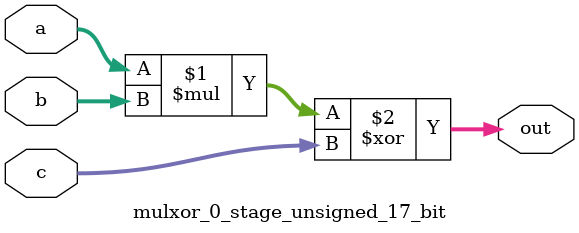
<source format=sv>
(* use_dsp = "yes" *) module mulxor_0_stage_unsigned_17_bit(
	input  [16:0] a,
	input  [16:0] b,
	input  [16:0] c,
	output [16:0] out
	);

	assign out = (a * b) ^ c;
endmodule

</source>
